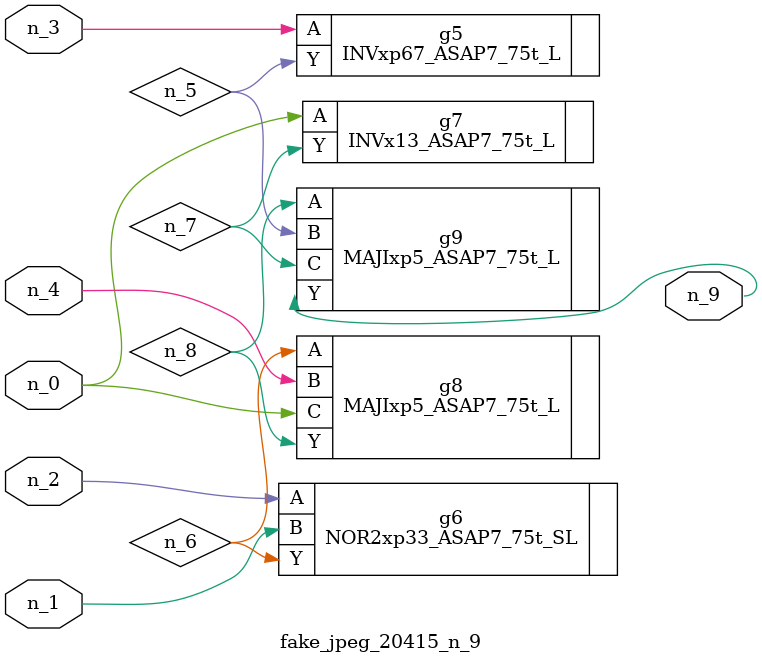
<source format=v>
module fake_jpeg_20415_n_9 (n_3, n_2, n_1, n_0, n_4, n_9);

input n_3;
input n_2;
input n_1;
input n_0;
input n_4;

output n_9;

wire n_8;
wire n_6;
wire n_5;
wire n_7;

INVxp67_ASAP7_75t_L g5 ( 
.A(n_3),
.Y(n_5)
);

NOR2xp33_ASAP7_75t_SL g6 ( 
.A(n_2),
.B(n_1),
.Y(n_6)
);

INVx13_ASAP7_75t_L g7 ( 
.A(n_0),
.Y(n_7)
);

MAJIxp5_ASAP7_75t_L g8 ( 
.A(n_6),
.B(n_4),
.C(n_0),
.Y(n_8)
);

MAJIxp5_ASAP7_75t_L g9 ( 
.A(n_8),
.B(n_5),
.C(n_7),
.Y(n_9)
);


endmodule
</source>
